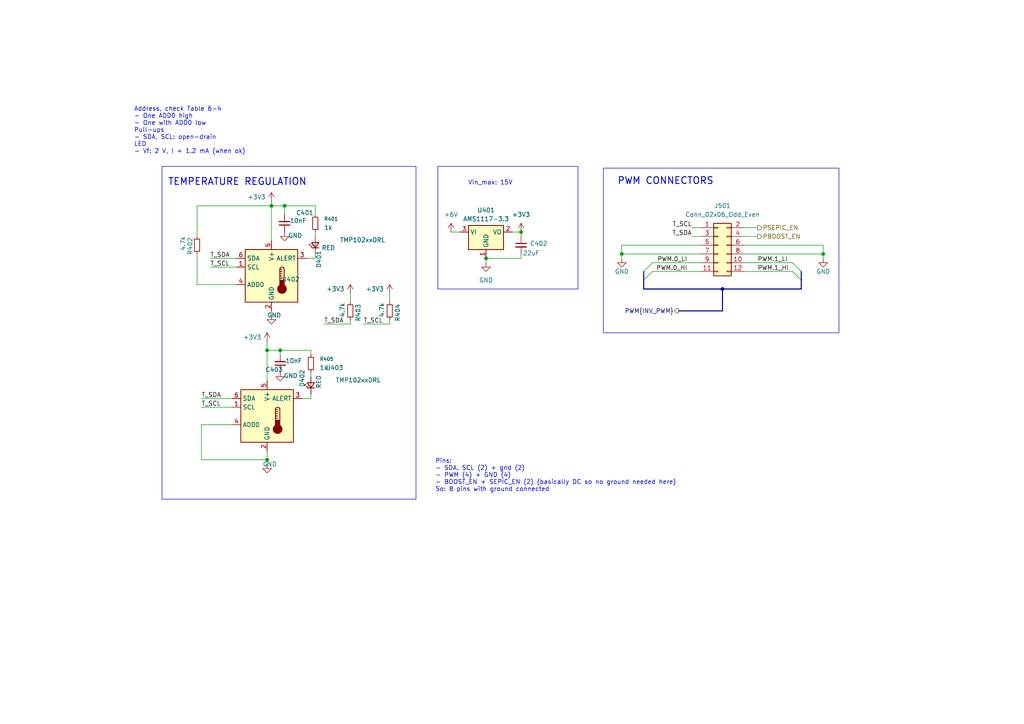
<source format=kicad_sch>
(kicad_sch (version 20250114) (generator "eeschema") (generator_version "9.0")
  (paper "A4")
  (lib_symbols
    (symbol "Connector_Generic:Conn_02x06_Odd_Even" (pin_names (offset 1.016) (hide yes))
      (property "Reference" "J" (at 1.27 7.62 0))
      (property "Value" "Conn_02x06_Odd_Even" (at 1.27 -10.16 0))
      (symbol "Conn_02x06_Odd_Even_1_1"
        (rectangle (start -1.27 6.35) (end 3.81 -8.89) (stroke (width 0.254)) (fill (type background)))
        (rectangle (start -1.27 5.207) (end 0 4.953) (stroke (width 0.1524)))
        (rectangle (start -1.27 2.667) (end 0 2.413) (stroke (width 0.1524)))
        (rectangle (start -1.27 0.127) (end 0 -0.127) (stroke (width 0.1524)))
        (rectangle (start -1.27 -2.413) (end 0 -2.667) (stroke (width 0.1524)))
        (rectangle (start -1.27 -4.953) (end 0 -5.207) (stroke (width 0.1524)))
        (rectangle (start -1.27 -7.493) (end 0 -7.747) (stroke (width 0.1524)))
        (rectangle (start 3.81 5.207) (end 2.54 4.953) (stroke (width 0.1524)))
        (rectangle (start 3.81 2.667) (end 2.54 2.413) (stroke (width 0.1524)))
        (rectangle (start 3.81 0.127) (end 2.54 -0.127) (stroke (width 0.1524)))
        (rectangle (start 3.81 -2.413) (end 2.54 -2.667) (stroke (width 0.1524)))
        (rectangle (start 3.81 -4.953) (end 2.54 -5.207) (stroke (width 0.1524)))
        (rectangle (start 3.81 -7.493) (end 2.54 -7.747) (stroke (width 0.1524)))
        (pin passive line (at -5.08 5.08 0) (length 3.81) (name "Pin_1") (number "1"))
        (pin passive line (at -5.08 2.54 0) (length 3.81) (name "Pin_3") (number "3"))
        (pin passive line (at -5.08 0 0) (length 3.81) (name "Pin_5") (number "5"))
        (pin passive line (at -5.08 -2.54 0) (length 3.81) (name "Pin_7") (number "7"))
        (pin passive line (at -5.08 -5.08 0) (length 3.81) (name "Pin_9") (number "9"))
        (pin passive line (at -5.08 -7.62 0) (length 3.81) (name "Pin_11") (number "11"))
        (pin passive line (at 7.62 5.08 180) (length 3.81) (name "Pin_2") (number "2"))
        (pin passive line (at 7.62 2.54 180) (length 3.81) (name "Pin_4") (number "4"))
        (pin passive line (at 7.62 0 180) (length 3.81) (name "Pin_6") (number "6"))
        (pin passive line (at 7.62 -2.54 180) (length 3.81) (name "Pin_8") (number "8"))
        (pin passive line (at 7.62 -5.08 180) (length 3.81) (name "Pin_10") (number "10"))
        (pin passive line (at 7.62 -7.62 180) (length 3.81) (name "Pin_12") (number "12"))
      )
    )
    (symbol "Device:C_Small" (pin_numbers (hide yes)) (pin_names (offset 0.254) (hide yes))
      (property "Reference" "C" (at 0.254 1.778 0))
      (property "Value" "C_Small" (at 0.254 -2.032 0))
      (symbol "C_Small_0_1"
        (polyline (pts (xy -1.524 0.508) (xy 1.524 0.508)) (stroke (width 0.3048)))
        (polyline (pts (xy -1.524 -0.508) (xy 1.524 -0.508)) (stroke (width 0.3302)))
      )
      (symbol "C_Small_1_1"
        (pin passive line (at 0 2.54 270) (length 2.032) (name "~") (number "1"))
        (pin passive line (at 0 -2.54 90) (length 2.032) (name "~") (number "2"))
      )
    )
    (symbol "Device:LED_Small" (pin_numbers (hide yes)) (pin_names (offset 0.254) (hide yes))
      (property "Reference" "D" (at -1.27 3.175 0))
      (property "Value" "LED_Small" (at -4.445 -2.54 0))
      (symbol "LED_Small_0_1"
        (polyline (pts (xy -0.762 -1.016) (xy -0.762 1.016)) (stroke (width 0.254)))
        (polyline (pts (xy 0 0.762) (xy -0.508 1.27) (xy -0.254 1.27) (xy -0.508 1.27) (xy -0.508 1.016)))
        (polyline (pts (xy 0.508 1.27) (xy 0 1.778) (xy 0.254 1.778) (xy 0 1.778) (xy 0 1.524)))
        (polyline (pts (xy 0.762 -1.016) (xy -0.762 0) (xy 0.762 1.016) (xy 0.762 -1.016)) (stroke (width 0.254)))
        (polyline (pts (xy 1.016 0) (xy -0.762 0)))
      )
      (symbol "LED_Small_1_1"
        (pin passive line (at -2.54 0 0) (length 1.778) (name "K") (number "1"))
        (pin passive line (at 2.54 0 180) (length 1.778) (name "A") (number "2"))
      )
    )
    (symbol "Device:R_Small" (pin_numbers (hide yes)) (pin_names (offset 0.254) (hide yes))
      (property "Reference" "R" (at 0 0 90))
      (property "Value" "R_Small" (at 1.778 0 90))
      (symbol "R_Small_0_1"
        (rectangle (start -0.762 1.778) (end 0.762 -1.778) (stroke (width 0.2032)))
      )
      (symbol "R_Small_1_1"
        (pin passive line (at 0 2.54 270) (length 0.762) (name "~") (number "1"))
        (pin passive line (at 0 -2.54 90) (length 0.762) (name "~") (number "2"))
      )
    )
    (symbol "Regulator_Linear:AMS1117-3.3"
      (property "Reference" "U" (at -3.81 3.175 0))
      (property "Value" "AMS1117-3.3" (at 0 3.175 0))
      (symbol "AMS1117-3.3_0_1"
        (rectangle (start -5.08 -5.08) (end 5.08 1.905) (stroke (width 0.254)) (fill (type background)))
      )
      (symbol "AMS1117-3.3_1_1"
        (pin power_in line (at -7.62 0 0) (length 2.54) (name "VI") (number "3"))
        (pin power_in line (at 0 -7.62 90) (length 2.54) (name "GND") (number "1"))
        (pin power_out line (at 7.62 0 180) (length 2.54) (name "VO") (number "2"))
      )
    )
    (symbol "Sensor_Temperature:TMP102xxDRL"
      (property "Reference" "U" (at -2.54 10.795 0))
      (property "Value" "TMP102xxDRL" (at -2.54 8.89 0))
      (symbol "TMP102xxDRL_0_1"
        (rectangle (start -7.62 7.62) (end 7.62 -7.62) (stroke (width 0.254)) (fill (type background)))
      )
      (symbol "TMP102xxDRL_1_1"
        (polyline (pts (xy 2.413 1.905) (xy 2.413 -1.27)) (stroke (width 0.254)))
        (polyline (pts (xy 2.413 1.905) (xy 3.048 1.905)) (stroke (width 0.254)))
        (polyline (pts (xy 2.413 1.27) (xy 3.048 1.27)) (stroke (width 0.254)))
        (polyline (pts (xy 2.413 0.635) (xy 3.048 0.635)) (stroke (width 0.254)))
        (polyline (pts (xy 2.413 0) (xy 3.048 0)) (stroke (width 0.254)))
        (polyline (pts (xy 2.413 -0.635) (xy 3.048 -0.635)) (stroke (width 0.254)))
        (arc (start 2.413 1.905) (mid 3.048 2.5373) (end 3.683 1.905) (stroke (width 0.254)))
        (circle (center 3.048 -3.81) (radius 1.27) (stroke (width 0.254)) (fill (type outline)))
        (polyline (pts (xy 3.683 1.905) (xy 3.683 -1.27)) (stroke (width 0.254)))
        (rectangle (start 3.683 -3.175) (end 2.413 -1.27) (stroke (width 0.254)) (fill (type outline)))
        (pin bidirectional line (at -10.16 5.08 0) (length 2.54) (name "SDA") (number "6"))
        (pin input line (at -10.16 2.54 0) (length 2.54) (name "SCL") (number "1"))
        (pin input line (at -10.16 -2.54 0) (length 2.54) (name "ADD0") (number "4"))
        (pin power_in line (at 0 10.16 270) (length 2.54) (name "V+") (number "5"))
        (pin power_in line (at 0 -10.16 90) (length 2.54) (name "GND") (number "2"))
        (pin open_collector line (at 10.16 5.08 180) (length 2.54) (name "ALERT") (number "3"))
      )
    )
    (symbol "power:+3V3" (power) (pin_numbers (hide yes)) (pin_names (offset 0) (hide yes))
      (property "Value" "+3V3" (at 0 3.556 0))
      (symbol "+3V3_0_1"
        (polyline (pts (xy -0.762 1.27) (xy 0 2.54)))
        (polyline (pts (xy 0 2.54) (xy 0.762 1.27)))
        (polyline (pts (xy 0 0) (xy 0 2.54)))
      )
      (symbol "+3V3_1_1"
        (pin power_in line (at 0 0 90) (length 0) (name "~") (number "1"))
      )
    )
    (symbol "power:+6V" (power) (pin_numbers (hide yes)) (pin_names (offset 0) (hide yes))
      (property "Value" "+6V" (at 0 3.556 0))
      (symbol "+6V_0_1"
        (polyline (pts (xy -0.762 1.27) (xy 0 2.54)))
        (polyline (pts (xy 0 2.54) (xy 0.762 1.27)))
        (polyline (pts (xy 0 0) (xy 0 2.54)))
      )
      (symbol "+6V_1_1"
        (pin power_in line (at 0 0 90) (length 0) (name "~") (number "1"))
      )
    )
    (symbol "power:GND" (power) (pin_numbers (hide yes)) (pin_names (offset 0) (hide yes))
      (property "Value" "GND" (at 0 -3.81 0))
      (symbol "GND_0_1"
        (polyline (pts (xy 0 0) (xy 0 -1.27) (xy 1.27 -1.27) (xy 0 -2.54) (xy -1.27 -1.27) (xy 0 -1.27)))
      )
      (symbol "GND_1_1"
        (pin power_in line (at 0 0 270) (length 0) (name "~") (number "1"))
      )
    )
  )
  (bus_alias "INV_PWM" (members "0_LI" "0_HI" "1_LI" "1_HI"))
  (rectangle (start 46.99 48.26) (end 120.65 144.78))
  (rectangle (start 127 48.26) (end 167.64 83.82))
  (rectangle (start 175.006 48.768) (end 243.332 96.52))
  (text "Vin_max: 15V" (at 142.24 53.086 0) (effects (font (size 1.27 1.27))))
  (text "Address, check Table 6-4\n- One ADD0 high\n- One with ADD0 low\nPull-ups\n- SDA, SCL: open-drain\nLED\n- Vf: 2 V, I = 1.2 mA (when ok)" (at 38.862 37.846 0) (effects (font (size 1.27 1.27)) (justify left)))
  (text "PWM CONNECTORS" (at 193.04 52.578 0) (effects (font (size 2 2) (thickness 0.254) (bold yes))))
  (text "TEMPERATURE REGULATION" (at 68.834 52.832 0) (effects (font (size 2 2) (thickness 0.254) (bold yes))))
  (text "Pins:\n- SDA, SCL (2) + gnd (2)\n- PWM (4) + GND (4)\n- BOOST_EN + SEPIC_EN (2) (basically DC so no ground needed here)\nSo: 8 pins with ground connected" (at 126.238 137.922 0) (effects (font (size 1.27 1.27)) (justify left)))
  (junction (at 140.97 74.93))
  (junction (at 82.55 59.69))
  (junction (at 78.74 59.69))
  (junction (at 81.28 101.6))
  (junction (at 77.47 101.6))
  (junction (at 238.76 73.66))
  (junction (at 77.47 133.35))
  (junction (at 209.55 83.82))
  (junction (at 151.13 67.31))
  (junction (at 180.34 73.66))
  (bus_entry (at 232.41 81.28) (size -2.54 -2.54))
  (bus_entry (at 186.69 81.28) (size 2.54 -2.54))
  (bus_entry (at 189.23 76.2) (size -2.54 2.54))
  (bus_entry (at 229.87 76.2) (size 2.54 2.54))
  (wire (pts (xy 215.9 78.74) (xy 229.87 78.74)))
  (wire (pts (xy 57.15 82.55) (xy 68.58 82.55)))
  (wire (pts (xy 91.44 62.23) (xy 91.44 59.69)))
  (wire (pts (xy 151.13 68.58) (xy 151.13 67.31)))
  (bus (pts (xy 209.55 90.17) (xy 209.55 83.82)))
  (wire (pts (xy 78.74 59.69) (xy 82.55 59.69)))
  (bus (pts (xy 196.85 90.17) (xy 209.55 90.17)))
  (wire (pts (xy 130.81 67.31) (xy 133.35 67.31)))
  (wire (pts (xy 90.17 114.3) (xy 90.17 115.57)))
  (bus (pts (xy 209.55 83.82) (xy 232.41 83.82)))
  (wire (pts (xy 140.97 74.93) (xy 140.97 76.2)))
  (wire (pts (xy 77.47 101.6) (xy 81.28 101.6)))
  (wire (pts (xy 91.44 74.93) (xy 88.9 74.93)))
  (wire (pts (xy 113.03 85.09) (xy 113.03 87.63)))
  (wire (pts (xy 77.47 99.06) (xy 77.47 101.6)))
  (wire (pts (xy 77.47 101.6) (xy 77.47 110.49)))
  (wire (pts (xy 78.74 90.17) (xy 78.74 91.44)))
  (wire (pts (xy 93.98 93.98) (xy 101.6 93.98)))
  (wire (pts (xy 113.03 93.98) (xy 113.03 92.71)))
  (bus (pts (xy 186.69 83.82) (xy 209.55 83.82)))
  (wire (pts (xy 78.74 59.69) (xy 78.74 69.85)))
  (wire (pts (xy 180.34 74.93) (xy 180.34 73.66)))
  (wire (pts (xy 215.9 76.2) (xy 229.87 76.2)))
  (wire (pts (xy 60.96 74.93) (xy 68.58 74.93)))
  (wire (pts (xy 58.42 115.57) (xy 67.31 115.57)))
  (wire (pts (xy 77.47 133.35) (xy 77.47 134.62)))
  (wire (pts (xy 90.17 101.6) (xy 81.28 101.6)))
  (wire (pts (xy 151.13 74.93) (xy 140.97 74.93)))
  (wire (pts (xy 78.74 58.42) (xy 78.74 59.69)))
  (wire (pts (xy 81.28 102.87) (xy 81.28 101.6)))
  (wire (pts (xy 203.2 73.66) (xy 180.34 73.66)))
  (wire (pts (xy 91.44 59.69) (xy 82.55 59.69)))
  (wire (pts (xy 219.71 68.58) (xy 215.9 68.58)))
  (wire (pts (xy 91.44 68.58) (xy 91.44 67.31)))
  (wire (pts (xy 180.34 71.12) (xy 180.34 73.66)))
  (wire (pts (xy 200.66 68.58) (xy 203.2 68.58)))
  (wire (pts (xy 91.44 73.66) (xy 91.44 74.93)))
  (bus (pts (xy 186.69 81.28) (xy 186.69 78.74)))
  (wire (pts (xy 215.9 73.66) (xy 238.76 73.66)))
  (wire (pts (xy 101.6 93.98) (xy 101.6 92.71)))
  (wire (pts (xy 58.42 133.35) (xy 77.47 133.35)))
  (wire (pts (xy 215.9 71.12) (xy 238.76 71.12)))
  (wire (pts (xy 57.15 68.58) (xy 57.15 59.69)))
  (wire (pts (xy 90.17 115.57) (xy 87.63 115.57)))
  (wire (pts (xy 148.59 67.31) (xy 151.13 67.31)))
  (bus (pts (xy 232.41 83.82) (xy 232.41 81.28)))
  (wire (pts (xy 189.23 78.74) (xy 203.2 78.74)))
  (wire (pts (xy 67.31 123.19) (xy 58.42 123.19)))
  (wire (pts (xy 215.9 66.04) (xy 219.71 66.04)))
  (wire (pts (xy 57.15 59.69) (xy 78.74 59.69)))
  (wire (pts (xy 238.76 71.12) (xy 238.76 73.66)))
  (wire (pts (xy 105.41 93.98) (xy 113.03 93.98)))
  (wire (pts (xy 200.66 66.04) (xy 203.2 66.04)))
  (wire (pts (xy 82.55 59.69) (xy 82.55 62.23)))
  (wire (pts (xy 90.17 109.22) (xy 90.17 107.95)))
  (wire (pts (xy 238.76 74.93) (xy 238.76 73.66)))
  (wire (pts (xy 58.42 123.19) (xy 58.42 133.35)))
  (wire (pts (xy 101.6 85.09) (xy 101.6 87.63)))
  (bus (pts (xy 186.69 83.82) (xy 186.69 81.28)))
  (wire (pts (xy 90.17 101.6) (xy 90.17 102.87)))
  (wire (pts (xy 60.96 77.47) (xy 68.58 77.47)))
  (wire (pts (xy 58.42 118.11) (xy 67.31 118.11)))
  (wire (pts (xy 151.13 73.66) (xy 151.13 74.93)))
  (wire (pts (xy 57.15 73.66) (xy 57.15 82.55)))
  (wire (pts (xy 77.47 130.81) (xy 77.47 133.35)))
  (bus (pts (xy 232.41 81.28) (xy 232.41 78.74)))
  (wire (pts (xy 189.23 76.2) (xy 203.2 76.2)))
  (wire (pts (xy 203.2 71.12) (xy 180.34 71.12)))
  (label "PWM.1_HI" (at 219.71 78.74 0))
  (label "T_SDA" (at 60.96 74.93 0))
  (label "T_SCL" (at 58.42 118.11 0))
  (label "T_SDA" (at 200.66 68.58 180))
  (label "PWM.0_HI" (at 199.39 78.74 180))
  (label "T_SCL" (at 105.41 93.98 0))
  (label "T_SCL" (at 200.66 66.04 180))
  (label "T_SDA" (at 58.42 115.57 0))
  (label "PWM.0_LI" (at 199.39 76.2 180))
  (label "T_SCL" (at 60.96 77.47 0))
  (label "T_SDA" (at 93.98 93.98 0))
  (label "PWM.1_LI" (at 219.71 76.2 0))
  (hierarchical_label "PBOOST_EN" (shape output) (at 219.71 68.58 0))
  (hierarchical_label "PSEPIC_EN" (shape output) (at 219.71 66.04 0))
  (hierarchical_label "PWM{INV_PWM}" (shape output) (at 196.85 90.17 180))
  (symbol (lib_id "power:+3V3") (at 78.74 58.42 0) (unit 1)
    (property "Reference" "#PWR0401" (effects (hide yes)))
    (property "Value" "+3V3" (at 74.422 57.15 0))
    (property "Description" "Power symbol creates a global label with name \"+3V3\"" (effects (hide yes)))
  )
  (symbol (lib_id "power:GND") (at 238.76 74.93 0) (unit 1)
    (property "Reference" "#PWR0502" (effects (hide yes)))
    (property "Value" "GND" (at 238.76 78.74 0))
    (property "Description" "Power symbol creates a global label with name \"GND\" , ground" (effects (hide yes)))
  )
  (symbol (lib_id "Device:R_Small") (at 90.17 105.41 180) (unit 1)
    (property "Reference" "R405" (at 92.71 104.1399 0) (effects (font (size 1.016 1.016)) (justify right)))
    (property "Value" "1k" (at 92.71 106.6799 0) (effects (justify right)))
    (property "Footprint" "Resistor_SMD:R_0402_1005Metric" (effects (hide yes)))
    (property "Datasheet" "https://jlcpcb.com/api/file/downloadByFileSystemAccessId/8579705924167974912" (effects (hide yes)))
    (property "Description" "Resistor, small symbol" (effects (hide yes)))
    (property "MPN" "0402WGF1001TCE" (effects (hide yes)))
    (property "LPN" "C11702" (effects (hide yes)))
  )
  (symbol (lib_id "Device:R_Small") (at 91.44 64.77 180) (unit 1)
    (property "Reference" "R401" (at 93.98 63.4999 0) (effects (font (size 1.016 1.016)) (justify right)))
    (property "Value" "1k" (at 93.98 66.0399 0) (effects (justify right)))
    (property "Footprint" "Resistor_SMD:R_0402_1005Metric" (effects (hide yes)))
    (property "Datasheet" "https://jlcpcb.com/api/file/downloadByFileSystemAccessId/8579705924167974912" (effects (hide yes)))
    (property "Description" "Resistor, small symbol" (effects (hide yes)))
    (property "MPN" "0402WGF1001TCE" (effects (hide yes)))
    (property "LPN" "C11702" (effects (hide yes)))
  )
  (symbol (lib_id "Device:C_Small") (at 82.55 64.77 180) (unit 1)
    (property "Reference" "C401" (at 85.852 61.722 0) (effects (justify right)))
    (property "Value" "10nF" (at 88.9 64.008 0) (effects (justify left)))
    (property "Footprint" "Capacitor_SMD:C_0402_1005Metric" (effects (hide yes)))
    (property "Description" "Unpolarized capacitor, small symbol" (effects (hide yes)))
    (property "LCSC Part Number" "C15195" (effects (hide yes)))
  )
  (symbol (lib_id "power:GND") (at 81.28 107.95 0) (unit 1)
    (property "Reference" "#PWR0410" (effects (hide yes)))
    (property "Value" "GND" (at 84.328 108.966 0))
    (property "Description" "Power symbol creates a global label with name \"GND\" , ground" (effects (hide yes)))
  )
  (symbol (lib_id "Connector_Generic:Conn_02x06_Odd_Even") (at 208.28 71.12 0) (unit 1)
    (property "Reference" "J501" (at 209.55 59.69 0))
    (property "Value" "Conn_02x06_Odd_Even" (at 209.55 62.23 0))
    (property "Footprint" "Connector_PinHeader_2.54mm:PinHeader_2x06_P2.54mm_Horizontal" (effects (hide yes)))
    (property "Description" "Generic connector, double row, 02x06, odd/even pin numbering scheme (row 1 odd numbers, row 2 even numbers), script generated (kicad-library-utils/schlib/autogen/connector/)" (effects (hide yes)))
  )
  (symbol (lib_id "Device:LED_Small") (at 91.44 71.12 90) (unit 1)
    (property "Reference" "D401" (at 92.456 75.184 0))
    (property "Value" "RED" (at 95.25 71.882 90))
    (property "Footprint" "Diode_SMD:D_0603_1608Metric" (effects (hide yes)))
    (property "Datasheet" "https://jlcpcb.com/api/file/downloadByFileSystemAccessId/8550723991833485312" (effects (hide yes)))
    (property "Description" "Light emitting diode, small symbol" (effects (hide yes)))
    (property "Sim.Pin" "1=K 2=A" (effects (hide yes)))
    (property "LPN" "C2286" (effects (hide yes)))
    (property "MPN" "KT-0603R " (effects (hide yes)))
  )
  (symbol (lib_id "Device:R_Small") (at 57.15 71.12 180) (unit 1)
    (property "Reference" "R402" (at 55.118 68.834 90) (effects (justify left)))
    (property "Value" "4.7k" (at 53.086 70.612 90))
    (property "Footprint" "Resistor_SMD:R_0402_1005Metric" (effects (hide yes)))
    (property "Description" "Resistor, small symbol" (effects (hide yes)))
    (property "LPN" "0402WGF4701TCE" (effects (hide yes)))
    (property "MPN" "C25900" (effects (hide yes)))
  )
  (symbol (lib_id "Regulator_Linear:AMS1117-3.3") (at 140.97 67.31 0) (unit 1)
    (property "Reference" "U401" (at 140.97 60.96 0))
    (property "Value" "AMS1117-3.3" (at 140.97 63.5 0))
    (property "Footprint" "Package_TO_SOT_SMD:SOT-223-3_TabPin2" (effects (hide yes)))
    (property "Datasheet" "http://www.advanced-monolithic.com/pdf/ds1117.pdf" (effects (hide yes)))
    (property "Description" "1A Low Dropout regulator, positive, 3.3V fixed output, SOT-223" (effects (hide yes)))
    (property "LPN" "C6186" (effects (hide yes)))
    (property "MPN" "AMS1117-3.3 " (effects (hide yes)))
  )
  (symbol (lib_id "power:+3V3") (at 101.6 85.09 0) (unit 1)
    (property "Reference" "#PWR0406" (effects (hide yes)))
    (property "Value" "+3V3" (at 97.282 83.82 0))
    (property "Description" "Power symbol creates a global label with name \"+3V3\"" (effects (hide yes)))
  )
  (symbol (lib_id "power:+6V") (at 130.81 67.31 0) (unit 1)
    (property "Reference" "#PWR0403" (effects (hide yes)))
    (property "Value" "+6V" (at 130.81 62.23 0))
    (property "Description" "Power symbol creates a global label with name \"+6V\"" (effects (hide yes)))
  )
  (symbol (lib_id "power:+3V3") (at 151.13 67.31 0) (unit 1)
    (property "Reference" "#PWR0404" (effects (hide yes)))
    (property "Value" "+3V3" (at 151.13 62.23 0))
    (property "Description" "Power symbol creates a global label with name \"+3V3\"" (effects (hide yes)))
  )
  (symbol (lib_id "Device:R_Small") (at 101.6 90.17 180) (unit 1)
    (property "Reference" "R403" (at 103.886 88.138 90) (effects (justify left)))
    (property "Value" "4.7k" (at 99.314 89.916 90))
    (property "Footprint" "Resistor_SMD:R_0402_1005Metric" (effects (hide yes)))
    (property "Description" "Resistor, small symbol" (effects (hide yes)))
    (property "LPN" "0402WGF4701TCE" (effects (hide yes)))
    (property "MPN" "C25900" (effects (hide yes)))
  )
  (symbol (lib_id "power:GND") (at 82.55 67.31 0) (unit 1)
    (property "Reference" "#PWR0402" (effects (hide yes)))
    (property "Value" "GND" (at 85.598 68.326 0))
    (property "Description" "Power symbol creates a global label with name \"GND\" , ground" (effects (hide yes)))
  )
  (symbol (lib_id "power:GND") (at 78.74 91.44 0) (unit 1)
    (property "Reference" "#PWR0408" (effects (hide yes)))
    (property "Value" "GND" (at 77.47 91.4399 0) (effects (justify left)))
    (property "Description" "Power symbol creates a global label with name \"GND\" , ground" (effects (hide yes)))
  )
  (symbol (lib_id "power:+3V3") (at 77.47 99.06 0) (unit 1)
    (property "Reference" "#PWR0409" (effects (hide yes)))
    (property "Value" "+3V3" (at 73.152 97.79 0))
    (property "Description" "Power symbol creates a global label with name \"+3V3\"" (effects (hide yes)))
  )
  (symbol (lib_id "power:GND") (at 140.97 76.2 0) (unit 1)
    (property "Reference" "#PWR0405" (effects (hide yes)))
    (property "Value" "GND" (at 140.97 81.28 0))
    (property "Description" "Power symbol creates a global label with name \"GND\" , ground" (effects (hide yes)))
  )
  (symbol (lib_id "Sensor_Temperature:TMP102xxDRL") (at 78.74 80.01 0) (unit 1)
    (property "Reference" "U402" (at 84.328 81.026 0))
    (property "Value" "TMP102xxDRL" (at 105.156 69.596 0))
    (property "Footprint" "Package_TO_SOT_SMD:SOT-563" (effects (hide yes)))
    (property "Datasheet" "https://www.ti.com/lit/ds/symlink/tmp102.pdf?ts=1748100536041&ref_url=https%253A%252F%252Fwww.google.com%252F" (effects (hide yes)))
    (property "Description" "Digital Temperature Sensor, ±3°C, low-Power, SMBus, 12 bit, Two-Wire Serial Interface, SOT-563" (effects (hide yes)))
    (property "LPN" "C99269" (effects (hide yes)))
    (property "MPN" "TMP102AIDRLR" (effects (hide yes)))
  )
  (symbol (lib_id "power:GND") (at 180.34 74.93 0) (mirror y) (unit 1)
    (property "Reference" "#PWR0501" (effects (hide yes)))
    (property "Value" "GND" (at 180.34 78.74 0))
    (property "Description" "Power symbol creates a global label with name \"GND\" , ground" (effects (hide yes)))
  )
  (symbol (lib_id "power:GND") (at 77.47 134.62 0) (unit 1)
    (property "Reference" "#PWR0411" (effects (hide yes)))
    (property "Value" "GND" (at 76.2 134.6199 0) (effects (justify left)))
    (property "Description" "Power symbol creates a global label with name \"GND\" , ground" (effects (hide yes)))
  )
  (symbol (lib_id "power:+3V3") (at 113.03 85.09 0) (unit 1)
    (property "Reference" "#PWR0407" (effects (hide yes)))
    (property "Value" "+3V3" (at 108.712 83.82 0))
    (property "Description" "Power symbol creates a global label with name \"+3V3\"" (effects (hide yes)))
  )
  (symbol (lib_id "Device:LED_Small") (at 90.17 111.76 90) (unit 1)
    (property "Reference" "D402" (at 87.63 109.728 0))
    (property "Value" "RED" (at 92.456 110.744 0))
    (property "Footprint" "Diode_SMD:D_0603_1608Metric" (effects (hide yes)))
    (property "Datasheet" "https://jlcpcb.com/api/file/downloadByFileSystemAccessId/8550723991833485312" (effects (hide yes)))
    (property "Description" "Light emitting diode, small symbol" (effects (hide yes)))
    (property "Sim.Pin" "1=K 2=A" (effects (hide yes)))
    (property "LPN" "C2286" (effects (hide yes)))
    (property "MPN" "KT-0603R " (effects (hide yes)))
  )
  (symbol (lib_id "Device:C_Small") (at 151.13 71.12 0) (unit 1)
    (property "Reference" "C402" (at 153.67 70.612 0) (effects (justify left)))
    (property "Value" "22uF" (at 151.638 73.406 0) (effects (justify left)))
    (property "Footprint" "Capacitor_SMD:C_0805_2012Metric" (effects (hide yes)))
    (property "Datasheet" "https://jlcpcb.com/api/file/downloadByFileSystemAccessId/8579706866429190144" (effects (hide yes)))
    (property "Description" "X5R, 25V" (effects (hide yes)))
    (property "LPN" "C45783" (effects (hide yes)))
    (property "MPN" "CL21A226MAQNNNE" (effects (hide yes)))
  )
  (symbol (lib_id "Sensor_Temperature:TMP102xxDRL") (at 77.47 120.65 0) (unit 1)
    (property "Reference" "U403" (at 97.028 106.68 0))
    (property "Value" "TMP102xxDRL" (at 103.886 110.236 0))
    (property "Footprint" "Package_TO_SOT_SMD:SOT-563" (effects (hide yes)))
    (property "Datasheet" "https://www.ti.com/lit/ds/symlink/tmp102.pdf?ts=1748100536041&ref_url=https%253A%252F%252Fwww.google.com%252F" (effects (hide yes)))
    (property "Description" "Digital Temperature Sensor, ±3°C, low-Power, SMBus, 12 bit, Two-Wire Serial Interface, SOT-563" (effects (hide yes)))
    (property "LPN" "C99269" (effects (hide yes)))
    (property "MPN" "TMP102AIDRLR" (effects (hide yes)))
  )
  (symbol (lib_id "Device:R_Small") (at 113.03 90.17 180) (unit 1)
    (property "Reference" "R404" (at 115.316 88.138 90) (effects (justify left)))
    (property "Value" "4.7k" (at 110.744 89.916 90))
    (property "Footprint" "Resistor_SMD:R_0402_1005Metric" (effects (hide yes)))
    (property "Description" "Resistor, small symbol" (effects (hide yes)))
    (property "LPN" "0402WGF4701TCE" (effects (hide yes)))
    (property "MPN" "C25900" (effects (hide yes)))
  )
  (symbol (lib_id "Device:C_Small") (at 81.28 105.41 180) (unit 1)
    (property "Reference" "C403" (at 76.962 107.188 0) (effects (justify right)))
    (property "Value" "10nF" (at 87.63 104.648 0) (effects (justify left)))
    (property "Footprint" "Capacitor_SMD:C_0402_1005Metric" (effects (hide yes)))
    (property "Description" "Unpolarized capacitor, small symbol" (effects (hide yes)))
    (property "LCSC Part Number" "C15195" (effects (hide yes)))
  )
)
</source>
